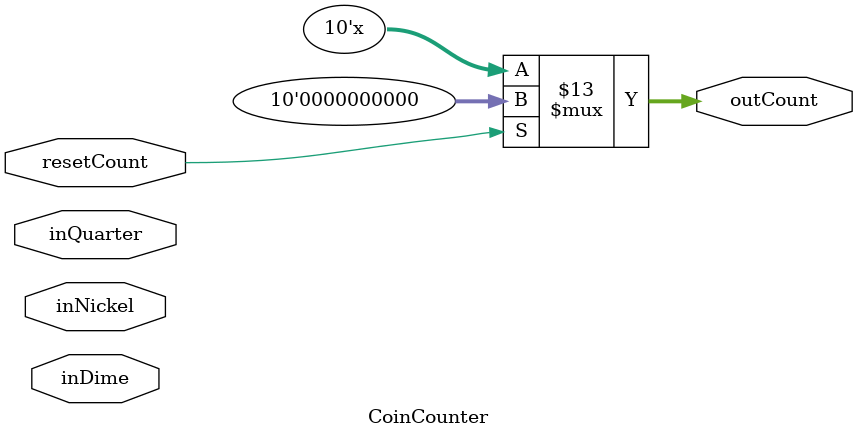
<source format=v>
`timescale 1ns / 1ps

module CoinCounter(inQuarter, inDime, inNickel, outCount, resetCount,);

parameter QUARTER_VALUE = 25;
parameter DIME_VALUE = 10;
parameter NICKEL_VALUE = 5;


input inQuarter, inDime, inNickel, resetCount;
output reg [9:0] outCount;
wire inMoney;
reg [9:0] moneyCounter;

assign inMoney = inQuarter | inDime | inNickel | resetCount;


always @(inMoney) begin

	if(resetCount == 1) begin
	outCount <=0;
	end else begin
	outCount <= outCount + (inQuarter*QUARTER_VALUE + inDime*DIME_VALUE + inNickel*NICKEL_VALUE);
	end

end



endmodule

</source>
